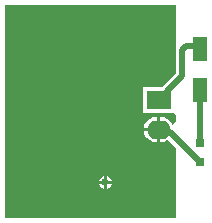
<source format=gbl>
G04*
G04 #@! TF.GenerationSoftware,Altium Limited,Altium Designer,24.9.1 (31)*
G04*
G04 Layer_Physical_Order=2*
G04 Layer_Color=16711680*
%FSLAX44Y44*%
%MOMM*%
G71*
G04*
G04 #@! TF.SameCoordinates,A047F96F-CBB5-4FC4-9413-2E79A8D59A8A*
G04*
G04*
G04 #@! TF.FilePolarity,Positive*
G04*
G01*
G75*
%ADD13R,0.8000X0.8000*%
%ADD14R,1.2500X2.0000*%
%ADD19C,0.5000*%
%ADD20O,2.0000X1.6000*%
%ADD21R,2.0000X1.6000*%
%ADD22C,0.6000*%
G36*
X160000Y154488D02*
X159819Y154217D01*
X159392Y152071D01*
Y132323D01*
X148535Y121465D01*
X148224Y121000D01*
X132000D01*
Y99000D01*
X158000D01*
X160000Y96828D01*
Y91549D01*
X157056Y88650D01*
X156730Y88651D01*
X156207Y89916D01*
X154517Y92117D01*
X152316Y93807D01*
X149752Y94869D01*
X147000Y95231D01*
X146270D01*
Y84600D01*
Y73969D01*
X147000D01*
X149752Y74331D01*
X152316Y75393D01*
X152944Y75876D01*
X160000Y68819D01*
Y10000D01*
X15000D01*
Y190000D01*
X160000D01*
Y154488D01*
D02*
G37*
%LPC*%
G36*
X143730Y95231D02*
X143000D01*
X140248Y94869D01*
X137684Y93807D01*
X135483Y92117D01*
X133793Y89916D01*
X132731Y87352D01*
X132536Y85870D01*
X143730D01*
Y95231D01*
D02*
G37*
G36*
Y83330D02*
X132536D01*
X132731Y81848D01*
X133793Y79285D01*
X135483Y77083D01*
X137684Y75393D01*
X140248Y74331D01*
X143000Y73969D01*
X143730D01*
Y83330D01*
D02*
G37*
G36*
X101270Y45470D02*
Y41270D01*
X105470D01*
X104697Y43138D01*
X103138Y44697D01*
X101270Y45470D01*
D02*
G37*
G36*
X98730D02*
X96862Y44697D01*
X95303Y43138D01*
X94530Y41270D01*
X98730D01*
Y45470D01*
D02*
G37*
G36*
X105470Y38730D02*
X101270D01*
Y34530D01*
X103138Y35303D01*
X104697Y36862D01*
X105470Y38730D01*
D02*
G37*
G36*
X98730D02*
X94530D01*
X95303Y36862D01*
X96862Y35303D01*
X98730Y34530D01*
Y38730D01*
D02*
G37*
%LPD*%
D13*
X180000Y73250D02*
D03*
Y56750D02*
D03*
D14*
Y152780D02*
D03*
Y118490D02*
D03*
D19*
X154255Y82495D02*
X180000Y56750D01*
X147105Y82495D02*
X154255D01*
X145000Y84600D02*
X147105Y82495D01*
X180000Y73250D02*
Y118490D01*
X177780Y155000D02*
X180000Y152780D01*
X165000Y152071D02*
X167929Y155000D01*
X165000Y130000D02*
Y152071D01*
X167929Y155000D02*
X177780D01*
X147000Y110000D02*
X152500Y115500D01*
Y117500D01*
X165000Y130000D01*
X145000Y110000D02*
X147000D01*
D20*
X145000Y84600D02*
D03*
D21*
Y110000D02*
D03*
D22*
X100000Y40000D02*
D03*
M02*

</source>
